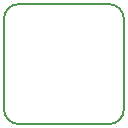
<source format=gbr>
G04 #@! TF.GenerationSoftware,KiCad,Pcbnew,5.1.4-e60b266~84~ubuntu18.04.1*
G04 #@! TF.CreationDate,2019-10-18T09:02:20-06:00*
G04 #@! TF.ProjectId,001,3030312e-6b69-4636-9164-5f7063625858,rev?*
G04 #@! TF.SameCoordinates,Original*
G04 #@! TF.FileFunction,Profile,NP*
%FSLAX46Y46*%
G04 Gerber Fmt 4.6, Leading zero omitted, Abs format (unit mm)*
G04 Created by KiCad (PCBNEW 5.1.4-e60b266~84~ubuntu18.04.1) date 2019-10-18 09:02:20*
%MOMM*%
%LPD*%
G04 APERTURE LIST*
%ADD10C,0.152400*%
G04 APERTURE END LIST*
D10*
X144780000Y-95885000D02*
G75*
G02X146050000Y-94615000I1270000J0D01*
G01*
X153670000Y-94615000D02*
G75*
G02X154940000Y-95885000I0J-1270000D01*
G01*
X154940000Y-103505000D02*
G75*
G02X153670000Y-104775000I-1270000J0D01*
G01*
X146050000Y-104775000D02*
G75*
G02X144780000Y-103505000I0J1270000D01*
G01*
X144780000Y-95885000D02*
X144780000Y-103505000D01*
X153670000Y-94615000D02*
X146050000Y-94615000D01*
X154940000Y-103505000D02*
X154940000Y-95885000D01*
X146050000Y-104775000D02*
X153670000Y-104775000D01*
M02*

</source>
